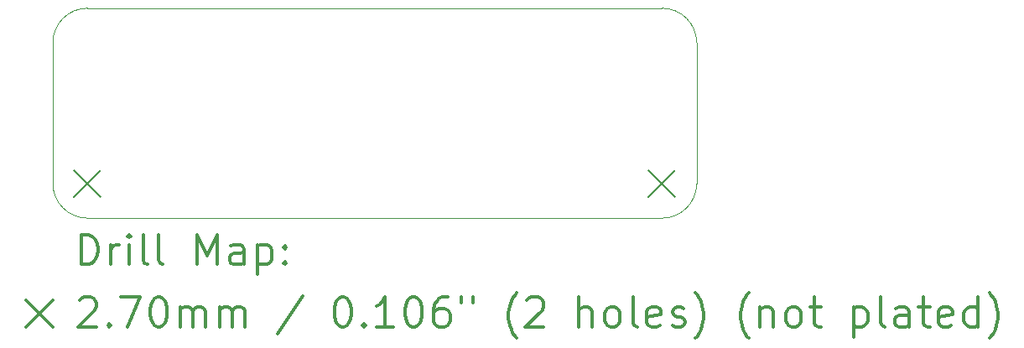
<source format=gbr>
%FSLAX45Y45*%
G04 Gerber Fmt 4.5, Leading zero omitted, Abs format (unit mm)*
G04 Created by KiCad (PCBNEW (5.1.9-16-g1737927814)-1) date 2021-10-16 21:24:37*
%MOMM*%
%LPD*%
G01*
G04 APERTURE LIST*
%TA.AperFunction,Profile*%
%ADD10C,0.050000*%
%TD*%
%ADD11C,0.200000*%
%ADD12C,0.300000*%
G04 APERTURE END LIST*
D10*
X17800000Y-9849600D02*
X23600000Y-9849600D01*
X17800000Y-9849600D02*
G75*
G02*
X17450000Y-9499600I0J350000D01*
G01*
X23950000Y-9499600D02*
G75*
G02*
X23600000Y-9849600I-350000J0D01*
G01*
X17450000Y-8079800D02*
X17450000Y-9499600D01*
X23950000Y-8079800D02*
X23950000Y-9499600D01*
X17800000Y-7729800D02*
X23600000Y-7729800D01*
X17450000Y-8079800D02*
G75*
G02*
X17800000Y-7729800I350000J0D01*
G01*
X23600000Y-7729800D02*
G75*
G02*
X23950000Y-8079800I0J-350000D01*
G01*
D11*
X17665000Y-9365000D02*
X17935000Y-9635000D01*
X17935000Y-9365000D02*
X17665000Y-9635000D01*
X23465000Y-9365000D02*
X23735000Y-9635000D01*
X23735000Y-9365000D02*
X23465000Y-9635000D01*
D12*
X17733928Y-10317814D02*
X17733928Y-10017814D01*
X17805357Y-10017814D01*
X17848214Y-10032100D01*
X17876786Y-10060672D01*
X17891071Y-10089243D01*
X17905357Y-10146386D01*
X17905357Y-10189243D01*
X17891071Y-10246386D01*
X17876786Y-10274957D01*
X17848214Y-10303529D01*
X17805357Y-10317814D01*
X17733928Y-10317814D01*
X18033928Y-10317814D02*
X18033928Y-10117814D01*
X18033928Y-10174957D02*
X18048214Y-10146386D01*
X18062500Y-10132100D01*
X18091071Y-10117814D01*
X18119643Y-10117814D01*
X18219643Y-10317814D02*
X18219643Y-10117814D01*
X18219643Y-10017814D02*
X18205357Y-10032100D01*
X18219643Y-10046386D01*
X18233928Y-10032100D01*
X18219643Y-10017814D01*
X18219643Y-10046386D01*
X18405357Y-10317814D02*
X18376786Y-10303529D01*
X18362500Y-10274957D01*
X18362500Y-10017814D01*
X18562500Y-10317814D02*
X18533928Y-10303529D01*
X18519643Y-10274957D01*
X18519643Y-10017814D01*
X18905357Y-10317814D02*
X18905357Y-10017814D01*
X19005357Y-10232100D01*
X19105357Y-10017814D01*
X19105357Y-10317814D01*
X19376786Y-10317814D02*
X19376786Y-10160672D01*
X19362500Y-10132100D01*
X19333928Y-10117814D01*
X19276786Y-10117814D01*
X19248214Y-10132100D01*
X19376786Y-10303529D02*
X19348214Y-10317814D01*
X19276786Y-10317814D01*
X19248214Y-10303529D01*
X19233928Y-10274957D01*
X19233928Y-10246386D01*
X19248214Y-10217814D01*
X19276786Y-10203529D01*
X19348214Y-10203529D01*
X19376786Y-10189243D01*
X19519643Y-10117814D02*
X19519643Y-10417814D01*
X19519643Y-10132100D02*
X19548214Y-10117814D01*
X19605357Y-10117814D01*
X19633928Y-10132100D01*
X19648214Y-10146386D01*
X19662500Y-10174957D01*
X19662500Y-10260672D01*
X19648214Y-10289243D01*
X19633928Y-10303529D01*
X19605357Y-10317814D01*
X19548214Y-10317814D01*
X19519643Y-10303529D01*
X19791071Y-10289243D02*
X19805357Y-10303529D01*
X19791071Y-10317814D01*
X19776786Y-10303529D01*
X19791071Y-10289243D01*
X19791071Y-10317814D01*
X19791071Y-10132100D02*
X19805357Y-10146386D01*
X19791071Y-10160672D01*
X19776786Y-10146386D01*
X19791071Y-10132100D01*
X19791071Y-10160672D01*
X17177500Y-10677100D02*
X17447500Y-10947100D01*
X17447500Y-10677100D02*
X17177500Y-10947100D01*
X17719643Y-10676386D02*
X17733928Y-10662100D01*
X17762500Y-10647814D01*
X17833928Y-10647814D01*
X17862500Y-10662100D01*
X17876786Y-10676386D01*
X17891071Y-10704957D01*
X17891071Y-10733529D01*
X17876786Y-10776386D01*
X17705357Y-10947814D01*
X17891071Y-10947814D01*
X18019643Y-10919243D02*
X18033928Y-10933529D01*
X18019643Y-10947814D01*
X18005357Y-10933529D01*
X18019643Y-10919243D01*
X18019643Y-10947814D01*
X18133928Y-10647814D02*
X18333928Y-10647814D01*
X18205357Y-10947814D01*
X18505357Y-10647814D02*
X18533928Y-10647814D01*
X18562500Y-10662100D01*
X18576786Y-10676386D01*
X18591071Y-10704957D01*
X18605357Y-10762100D01*
X18605357Y-10833529D01*
X18591071Y-10890672D01*
X18576786Y-10919243D01*
X18562500Y-10933529D01*
X18533928Y-10947814D01*
X18505357Y-10947814D01*
X18476786Y-10933529D01*
X18462500Y-10919243D01*
X18448214Y-10890672D01*
X18433928Y-10833529D01*
X18433928Y-10762100D01*
X18448214Y-10704957D01*
X18462500Y-10676386D01*
X18476786Y-10662100D01*
X18505357Y-10647814D01*
X18733928Y-10947814D02*
X18733928Y-10747814D01*
X18733928Y-10776386D02*
X18748214Y-10762100D01*
X18776786Y-10747814D01*
X18819643Y-10747814D01*
X18848214Y-10762100D01*
X18862500Y-10790672D01*
X18862500Y-10947814D01*
X18862500Y-10790672D02*
X18876786Y-10762100D01*
X18905357Y-10747814D01*
X18948214Y-10747814D01*
X18976786Y-10762100D01*
X18991071Y-10790672D01*
X18991071Y-10947814D01*
X19133928Y-10947814D02*
X19133928Y-10747814D01*
X19133928Y-10776386D02*
X19148214Y-10762100D01*
X19176786Y-10747814D01*
X19219643Y-10747814D01*
X19248214Y-10762100D01*
X19262500Y-10790672D01*
X19262500Y-10947814D01*
X19262500Y-10790672D02*
X19276786Y-10762100D01*
X19305357Y-10747814D01*
X19348214Y-10747814D01*
X19376786Y-10762100D01*
X19391071Y-10790672D01*
X19391071Y-10947814D01*
X19976786Y-10633529D02*
X19719643Y-11019243D01*
X20362500Y-10647814D02*
X20391071Y-10647814D01*
X20419643Y-10662100D01*
X20433928Y-10676386D01*
X20448214Y-10704957D01*
X20462500Y-10762100D01*
X20462500Y-10833529D01*
X20448214Y-10890672D01*
X20433928Y-10919243D01*
X20419643Y-10933529D01*
X20391071Y-10947814D01*
X20362500Y-10947814D01*
X20333928Y-10933529D01*
X20319643Y-10919243D01*
X20305357Y-10890672D01*
X20291071Y-10833529D01*
X20291071Y-10762100D01*
X20305357Y-10704957D01*
X20319643Y-10676386D01*
X20333928Y-10662100D01*
X20362500Y-10647814D01*
X20591071Y-10919243D02*
X20605357Y-10933529D01*
X20591071Y-10947814D01*
X20576786Y-10933529D01*
X20591071Y-10919243D01*
X20591071Y-10947814D01*
X20891071Y-10947814D02*
X20719643Y-10947814D01*
X20805357Y-10947814D02*
X20805357Y-10647814D01*
X20776786Y-10690672D01*
X20748214Y-10719243D01*
X20719643Y-10733529D01*
X21076786Y-10647814D02*
X21105357Y-10647814D01*
X21133928Y-10662100D01*
X21148214Y-10676386D01*
X21162500Y-10704957D01*
X21176786Y-10762100D01*
X21176786Y-10833529D01*
X21162500Y-10890672D01*
X21148214Y-10919243D01*
X21133928Y-10933529D01*
X21105357Y-10947814D01*
X21076786Y-10947814D01*
X21048214Y-10933529D01*
X21033928Y-10919243D01*
X21019643Y-10890672D01*
X21005357Y-10833529D01*
X21005357Y-10762100D01*
X21019643Y-10704957D01*
X21033928Y-10676386D01*
X21048214Y-10662100D01*
X21076786Y-10647814D01*
X21433928Y-10647814D02*
X21376786Y-10647814D01*
X21348214Y-10662100D01*
X21333928Y-10676386D01*
X21305357Y-10719243D01*
X21291071Y-10776386D01*
X21291071Y-10890672D01*
X21305357Y-10919243D01*
X21319643Y-10933529D01*
X21348214Y-10947814D01*
X21405357Y-10947814D01*
X21433928Y-10933529D01*
X21448214Y-10919243D01*
X21462500Y-10890672D01*
X21462500Y-10819243D01*
X21448214Y-10790672D01*
X21433928Y-10776386D01*
X21405357Y-10762100D01*
X21348214Y-10762100D01*
X21319643Y-10776386D01*
X21305357Y-10790672D01*
X21291071Y-10819243D01*
X21576786Y-10647814D02*
X21576786Y-10704957D01*
X21691071Y-10647814D02*
X21691071Y-10704957D01*
X22133928Y-11062100D02*
X22119643Y-11047814D01*
X22091071Y-11004957D01*
X22076786Y-10976386D01*
X22062500Y-10933529D01*
X22048214Y-10862100D01*
X22048214Y-10804957D01*
X22062500Y-10733529D01*
X22076786Y-10690672D01*
X22091071Y-10662100D01*
X22119643Y-10619243D01*
X22133928Y-10604957D01*
X22233928Y-10676386D02*
X22248214Y-10662100D01*
X22276786Y-10647814D01*
X22348214Y-10647814D01*
X22376786Y-10662100D01*
X22391071Y-10676386D01*
X22405357Y-10704957D01*
X22405357Y-10733529D01*
X22391071Y-10776386D01*
X22219643Y-10947814D01*
X22405357Y-10947814D01*
X22762500Y-10947814D02*
X22762500Y-10647814D01*
X22891071Y-10947814D02*
X22891071Y-10790672D01*
X22876786Y-10762100D01*
X22848214Y-10747814D01*
X22805357Y-10747814D01*
X22776786Y-10762100D01*
X22762500Y-10776386D01*
X23076786Y-10947814D02*
X23048214Y-10933529D01*
X23033928Y-10919243D01*
X23019643Y-10890672D01*
X23019643Y-10804957D01*
X23033928Y-10776386D01*
X23048214Y-10762100D01*
X23076786Y-10747814D01*
X23119643Y-10747814D01*
X23148214Y-10762100D01*
X23162500Y-10776386D01*
X23176786Y-10804957D01*
X23176786Y-10890672D01*
X23162500Y-10919243D01*
X23148214Y-10933529D01*
X23119643Y-10947814D01*
X23076786Y-10947814D01*
X23348214Y-10947814D02*
X23319643Y-10933529D01*
X23305357Y-10904957D01*
X23305357Y-10647814D01*
X23576786Y-10933529D02*
X23548214Y-10947814D01*
X23491071Y-10947814D01*
X23462500Y-10933529D01*
X23448214Y-10904957D01*
X23448214Y-10790672D01*
X23462500Y-10762100D01*
X23491071Y-10747814D01*
X23548214Y-10747814D01*
X23576786Y-10762100D01*
X23591071Y-10790672D01*
X23591071Y-10819243D01*
X23448214Y-10847814D01*
X23705357Y-10933529D02*
X23733928Y-10947814D01*
X23791071Y-10947814D01*
X23819643Y-10933529D01*
X23833928Y-10904957D01*
X23833928Y-10890672D01*
X23819643Y-10862100D01*
X23791071Y-10847814D01*
X23748214Y-10847814D01*
X23719643Y-10833529D01*
X23705357Y-10804957D01*
X23705357Y-10790672D01*
X23719643Y-10762100D01*
X23748214Y-10747814D01*
X23791071Y-10747814D01*
X23819643Y-10762100D01*
X23933928Y-11062100D02*
X23948214Y-11047814D01*
X23976786Y-11004957D01*
X23991071Y-10976386D01*
X24005357Y-10933529D01*
X24019643Y-10862100D01*
X24019643Y-10804957D01*
X24005357Y-10733529D01*
X23991071Y-10690672D01*
X23976786Y-10662100D01*
X23948214Y-10619243D01*
X23933928Y-10604957D01*
X24476786Y-11062100D02*
X24462500Y-11047814D01*
X24433928Y-11004957D01*
X24419643Y-10976386D01*
X24405357Y-10933529D01*
X24391071Y-10862100D01*
X24391071Y-10804957D01*
X24405357Y-10733529D01*
X24419643Y-10690672D01*
X24433928Y-10662100D01*
X24462500Y-10619243D01*
X24476786Y-10604957D01*
X24591071Y-10747814D02*
X24591071Y-10947814D01*
X24591071Y-10776386D02*
X24605357Y-10762100D01*
X24633928Y-10747814D01*
X24676786Y-10747814D01*
X24705357Y-10762100D01*
X24719643Y-10790672D01*
X24719643Y-10947814D01*
X24905357Y-10947814D02*
X24876786Y-10933529D01*
X24862500Y-10919243D01*
X24848214Y-10890672D01*
X24848214Y-10804957D01*
X24862500Y-10776386D01*
X24876786Y-10762100D01*
X24905357Y-10747814D01*
X24948214Y-10747814D01*
X24976786Y-10762100D01*
X24991071Y-10776386D01*
X25005357Y-10804957D01*
X25005357Y-10890672D01*
X24991071Y-10919243D01*
X24976786Y-10933529D01*
X24948214Y-10947814D01*
X24905357Y-10947814D01*
X25091071Y-10747814D02*
X25205357Y-10747814D01*
X25133928Y-10647814D02*
X25133928Y-10904957D01*
X25148214Y-10933529D01*
X25176786Y-10947814D01*
X25205357Y-10947814D01*
X25533928Y-10747814D02*
X25533928Y-11047814D01*
X25533928Y-10762100D02*
X25562500Y-10747814D01*
X25619643Y-10747814D01*
X25648214Y-10762100D01*
X25662500Y-10776386D01*
X25676786Y-10804957D01*
X25676786Y-10890672D01*
X25662500Y-10919243D01*
X25648214Y-10933529D01*
X25619643Y-10947814D01*
X25562500Y-10947814D01*
X25533928Y-10933529D01*
X25848214Y-10947814D02*
X25819643Y-10933529D01*
X25805357Y-10904957D01*
X25805357Y-10647814D01*
X26091071Y-10947814D02*
X26091071Y-10790672D01*
X26076786Y-10762100D01*
X26048214Y-10747814D01*
X25991071Y-10747814D01*
X25962500Y-10762100D01*
X26091071Y-10933529D02*
X26062500Y-10947814D01*
X25991071Y-10947814D01*
X25962500Y-10933529D01*
X25948214Y-10904957D01*
X25948214Y-10876386D01*
X25962500Y-10847814D01*
X25991071Y-10833529D01*
X26062500Y-10833529D01*
X26091071Y-10819243D01*
X26191071Y-10747814D02*
X26305357Y-10747814D01*
X26233928Y-10647814D02*
X26233928Y-10904957D01*
X26248214Y-10933529D01*
X26276786Y-10947814D01*
X26305357Y-10947814D01*
X26519643Y-10933529D02*
X26491071Y-10947814D01*
X26433928Y-10947814D01*
X26405357Y-10933529D01*
X26391071Y-10904957D01*
X26391071Y-10790672D01*
X26405357Y-10762100D01*
X26433928Y-10747814D01*
X26491071Y-10747814D01*
X26519643Y-10762100D01*
X26533928Y-10790672D01*
X26533928Y-10819243D01*
X26391071Y-10847814D01*
X26791071Y-10947814D02*
X26791071Y-10647814D01*
X26791071Y-10933529D02*
X26762500Y-10947814D01*
X26705357Y-10947814D01*
X26676786Y-10933529D01*
X26662500Y-10919243D01*
X26648214Y-10890672D01*
X26648214Y-10804957D01*
X26662500Y-10776386D01*
X26676786Y-10762100D01*
X26705357Y-10747814D01*
X26762500Y-10747814D01*
X26791071Y-10762100D01*
X26905357Y-11062100D02*
X26919643Y-11047814D01*
X26948214Y-11004957D01*
X26962500Y-10976386D01*
X26976786Y-10933529D01*
X26991071Y-10862100D01*
X26991071Y-10804957D01*
X26976786Y-10733529D01*
X26962500Y-10690672D01*
X26948214Y-10662100D01*
X26919643Y-10619243D01*
X26905357Y-10604957D01*
M02*

</source>
